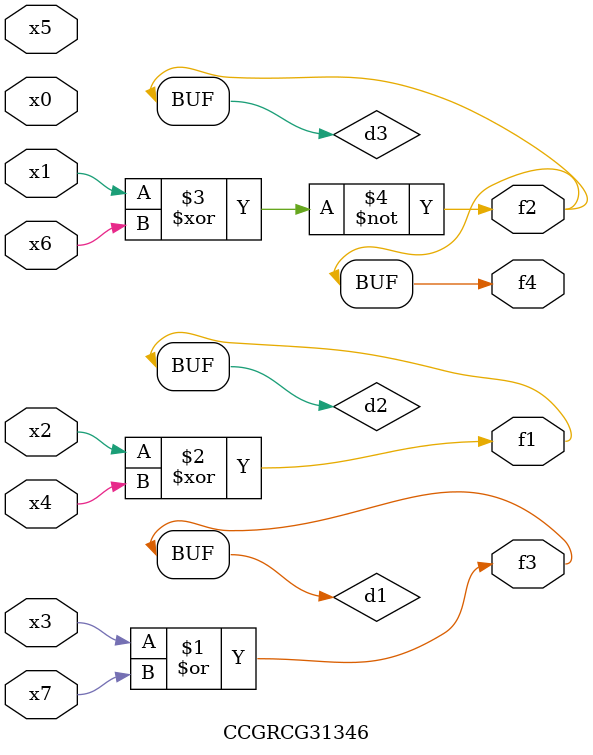
<source format=v>
module CCGRCG31346(
	input x0, x1, x2, x3, x4, x5, x6, x7,
	output f1, f2, f3, f4
);

	wire d1, d2, d3;

	or (d1, x3, x7);
	xor (d2, x2, x4);
	xnor (d3, x1, x6);
	assign f1 = d2;
	assign f2 = d3;
	assign f3 = d1;
	assign f4 = d3;
endmodule

</source>
